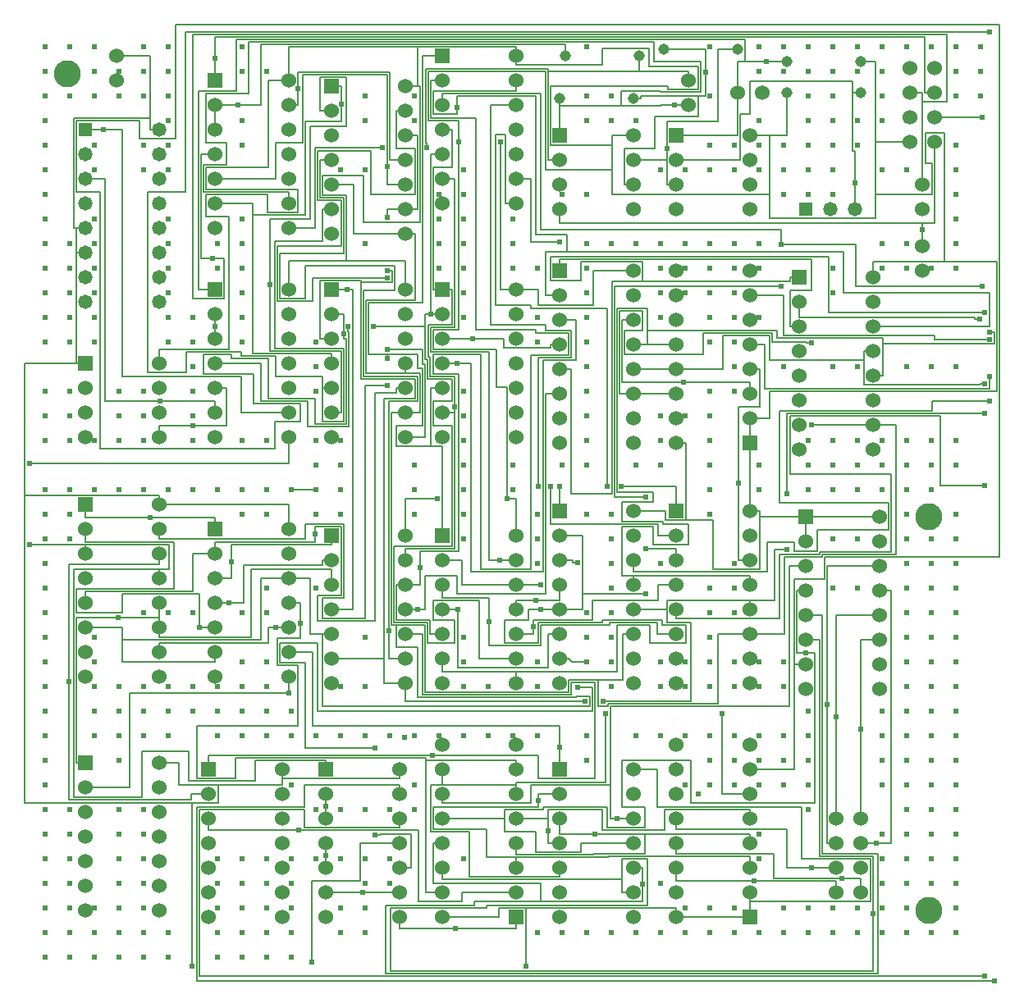
<source format=gtl>
G04 ================== begin FILE IDENTIFICATION RECORD ==================*
G04 Layout Name:  adc2.brd*
G04 Film Name:    TOP_COPPER*
G04 File Format:  Gerber RS274X*
G04 File Origin:  Cadence Allegro -unreleased*
G04 Origin Date:  Sun Sep 19 23:40:03 2021*
G04 *
G04 Layer:  VIA CLASS/TOP*
G04 Layer:  PIN/TOP*
G04 Layer:  ETCH/TOP*
G04 *
G04 Offset:    (0.00 0.00)*
G04 Mirror:    No*
G04 Mode:      Positive*
G04 Rotation:  0*
G04 FullContactRelief:  No*
G04 UndefLineWidth:     7.00*
G04 ================== end FILE IDENTIFICATION RECORD ====================*
%FSLAX25Y25*MOIN*%
%IR0*IPPOS*OFA0.00000B0.00000*MIA0B0*SFA1.00000B1.00000*%
%ADD11C,.06*%
%ADD10C,.024*%
%ADD16C,.045*%
%ADD13C,.058*%
%ADD12R,.06X.06*%
%ADD14R,.058X.058*%
%ADD15C,.11*%
%ADD17C,.005*%
G75*
%LPD*%
G75*
G54D10*
X11200Y11200D03*
Y21200D03*
Y31200D03*
Y41200D03*
Y51200D03*
Y61200D03*
Y71200D03*
Y81200D03*
Y91200D03*
Y101200D03*
Y111200D03*
Y121200D03*
Y131200D03*
Y141200D03*
Y151200D03*
Y161200D03*
Y171200D03*
Y181200D03*
Y191200D03*
X4849Y178750D03*
X11200Y201200D03*
Y221200D03*
X4849Y211650D03*
X11200Y231200D03*
Y241200D03*
Y261200D03*
Y271200D03*
Y281200D03*
Y291200D03*
Y301200D03*
Y311200D03*
Y321200D03*
Y331200D03*
Y341200D03*
Y351200D03*
Y361200D03*
Y371200D03*
Y381200D03*
X21200Y11200D03*
X31200D03*
X41200D03*
X21200Y21200D03*
X31200D03*
X41200D03*
X21200Y31200D03*
X31200D03*
X41200D03*
X21200Y41200D03*
X41200D03*
X21200Y51200D03*
X41200D03*
X21200Y61200D03*
X41200D03*
X21200Y71200D03*
X41200D03*
Y91200D03*
X31200Y101200D03*
X41200D03*
X31200Y111200D03*
X41200D03*
X31200Y121200D03*
X41200D03*
X31200Y131200D03*
X20750Y123000D03*
X31200Y141200D03*
X40625Y149247D03*
X21200Y181200D03*
Y191200D03*
Y201200D03*
X31200D03*
X41200D03*
X21200Y221200D03*
X31200D03*
X41200D03*
X21200Y231200D03*
X41200D03*
X21200Y241200D03*
X41200D03*
X21200Y261200D03*
X31200D03*
X21200Y271200D03*
X31200D03*
X21200Y281200D03*
X31200D03*
X21200Y291200D03*
X31200D03*
X21200Y301200D03*
X31200D03*
Y311200D03*
Y331200D03*
Y341200D03*
X21200Y371200D03*
Y361200D03*
X31200D03*
X41200D03*
X31200Y371200D03*
X41200D03*
X34875Y347500D03*
X21200Y381200D03*
X31200D03*
X51200Y11200D03*
X61200D03*
X70800Y7302D03*
X51200Y21200D03*
X61200D03*
X51200Y31200D03*
Y41200D03*
Y51200D03*
Y61200D03*
Y71200D03*
Y101200D03*
X61200D03*
X51200Y111200D03*
X61200D03*
X71200D03*
X51200Y121200D03*
X61200D03*
X71200D03*
X51200Y151200D03*
X61200D03*
X71200D03*
X53750Y189750D03*
X51200Y201200D03*
X61200D03*
X71200D03*
X51200Y221200D03*
X71200D03*
X51200Y231200D03*
X71200D03*
X51200Y241200D03*
X71200D03*
Y251200D03*
X71125Y227250D03*
X57625Y237250D03*
X61200Y261200D03*
X71200D03*
X61200Y271200D03*
X71200D03*
X61200Y281200D03*
Y291200D03*
Y301200D03*
Y311200D03*
X51200Y331200D03*
X61200D03*
X51200Y341200D03*
X61200D03*
Y351200D03*
X51200Y361200D03*
X61200D03*
X51200Y371200D03*
X61200D03*
X51200Y381200D03*
X61200D03*
X81200Y11200D03*
X91200D03*
X101200D03*
X81200Y21200D03*
X91200D03*
X101200D03*
X81200Y31200D03*
X91200D03*
X101200D03*
X81200Y41200D03*
X91200D03*
X101200D03*
X81200Y51200D03*
X91200D03*
X101200D03*
X81200Y101200D03*
X91200D03*
X101200D03*
X81200Y111200D03*
X91200D03*
X101200D03*
X81200Y121200D03*
X91200D03*
X101200D03*
X91200Y131200D03*
X101200D03*
X91200Y151200D03*
X101200D03*
Y161200D03*
X85850Y155000D03*
X73625Y145000D03*
X91200Y191200D03*
X101200D03*
X86750Y171875D03*
X81200Y201200D03*
X91200D03*
X101200D03*
X81200Y221200D03*
X91200D03*
X101200D03*
X91200Y261200D03*
Y271200D03*
Y281200D03*
X80000Y267500D03*
X81200Y291200D03*
X91200D03*
X81200Y301200D03*
X91200D03*
Y311200D03*
X79000Y295250D03*
X91200Y341200D03*
Y351200D03*
Y371200D03*
X101200D03*
X89375Y357500D03*
X91200Y381200D03*
X80000Y376375D03*
X111200Y11200D03*
X119300Y9252D03*
X111200Y21200D03*
X131200D03*
X111200Y31200D03*
X131200D03*
X111200Y41200D03*
Y51200D03*
X121200D03*
X131200D03*
X121200Y71200D03*
X131200D03*
X125000Y52500D03*
X114125Y62750D03*
X111200Y81200D03*
Y101200D03*
X121200D03*
X131200D03*
X125000Y72500D03*
X111200Y111200D03*
X131200Y121200D03*
X110000Y118600D03*
X121200Y161200D03*
X114750Y146875D03*
X104875Y145000D03*
X121200Y191200D03*
X131200D03*
X120750Y183000D03*
X111200Y201200D03*
X121200D03*
X131200D03*
X121200Y211200D03*
X131200D03*
X121200Y221200D03*
X131200D03*
X121200Y241200D03*
Y251200D03*
Y261200D03*
X102250Y284375D03*
X131200Y331200D03*
X131250Y357875D03*
X113750Y364125D03*
X141200Y21200D03*
Y31200D03*
Y41200D03*
X151200D03*
X140000Y37500D03*
X141200Y51200D03*
X151200D03*
X141200Y71200D03*
X151200D03*
X161200D03*
X144998Y60800D03*
X157207Y100301D03*
X161200Y81200D03*
X141200Y101200D03*
X151200D03*
X161200D03*
X144998Y96200D03*
X141200Y121200D03*
Y141200D03*
X150750Y143875D03*
X161200Y191200D03*
Y201200D03*
Y211200D03*
X149998Y243450D03*
Y258200D03*
Y254300D03*
X132250Y264500D03*
X144450Y267498D03*
X134200D03*
X141200Y301200D03*
X149998Y287250D03*
X150002Y290150D03*
Y311868D03*
X133825Y282500D03*
X141200Y331200D03*
X148200Y339998D03*
X150150Y332375D03*
X141200Y351200D03*
X161200D03*
X141200Y361200D03*
X161200D03*
X177750Y22750D03*
X181200Y51200D03*
X171200Y101200D03*
X181200D03*
X191200D03*
X168375Y93250D03*
X171200Y121200D03*
X181200D03*
X191200D03*
X181200Y131200D03*
Y141200D03*
X162375Y152500D03*
X191250Y147500D03*
X178875Y152500D03*
X181200Y181200D03*
Y191200D03*
X163250Y169375D03*
X181200Y201200D03*
Y211200D03*
X171200Y221200D03*
X181200D03*
X170550Y197498D03*
X181200Y231200D03*
Y241200D03*
X177250Y234875D03*
X181200Y271200D03*
Y281200D03*
X178350Y252500D03*
X184875Y262500D03*
X167750Y272500D03*
X171200Y291200D03*
X181200D03*
X171200Y301200D03*
X181200D03*
X171200Y311200D03*
X181200D03*
X171200Y321200D03*
X181200D03*
Y331200D03*
X166200Y339998D03*
X179200Y342502D03*
X178250Y356500D03*
X206250Y7302D03*
X211200Y21200D03*
X221200D03*
X215250Y62500D03*
X201200Y101200D03*
X211200D03*
X211250Y74875D03*
X220000Y96375D03*
X211200Y121200D03*
X221200D03*
X211200Y131200D03*
X221200D03*
X209250Y145375D03*
X210250Y156250D03*
X212498Y152500D03*
X211200Y171200D03*
Y181200D03*
Y191200D03*
X195875Y172500D03*
X212498Y162500D03*
X201200Y201200D03*
Y211200D03*
X221200D03*
Y221200D03*
X198750Y197498D03*
X220000Y202498D03*
X216398Y202502D03*
X211498D03*
X221200Y231200D03*
X211200Y261200D03*
Y271200D03*
X201200Y291200D03*
X211200D03*
X201200Y301200D03*
Y311200D03*
X220000Y301700D03*
X221200Y321200D03*
X196150Y342502D03*
X231200Y21200D03*
X241200D03*
X251200D03*
X243373Y67500D03*
X234375Y61250D03*
X231200Y91200D03*
Y101200D03*
X251200D03*
X241200Y121200D03*
X251200D03*
X231200Y131200D03*
X241200D03*
X251200D03*
X227498Y120902D03*
X237795Y115002D03*
X230498D03*
X238746Y109998D03*
X231200Y141200D03*
X241200D03*
X231200Y151200D03*
X241200D03*
Y161200D03*
Y171200D03*
Y181200D03*
X251200D03*
X231200Y191200D03*
X241200D03*
X227498Y171368D03*
X231200Y211200D03*
X251200D03*
X231200Y221200D03*
X251200D03*
X245200Y202498D03*
X239300D03*
X231200Y231200D03*
X251200D03*
X231200Y241200D03*
Y251200D03*
Y261200D03*
Y271200D03*
Y281200D03*
X251200D03*
X231200Y291200D03*
Y301200D03*
X241200D03*
X251200D03*
X231200Y321200D03*
Y351200D03*
X241200D03*
X251200D03*
X231200Y361200D03*
X241200D03*
X231200Y381200D03*
X261200Y21200D03*
X271200D03*
X281200D03*
X271200Y31200D03*
X281200D03*
X261200Y41200D03*
X253750Y40625D03*
X271200Y81200D03*
X281200D03*
Y91200D03*
X261200Y101200D03*
X271200D03*
X281200D03*
X276250Y77500D03*
X261200Y121200D03*
X271200D03*
X281200D03*
X261200Y131200D03*
X271200D03*
X281200D03*
Y141200D03*
Y151200D03*
Y161200D03*
X255002Y158750D03*
X261200Y171200D03*
X281200Y191200D03*
X255002Y177250D03*
X281200Y201200D03*
X261200Y211200D03*
X281200D03*
X261200Y221200D03*
X281200D03*
X255002Y198200D03*
X261200Y231200D03*
X271200D03*
X281200D03*
Y241200D03*
X270375Y244750D03*
X281200Y261200D03*
X261200Y271200D03*
X281200D03*
X261200Y281200D03*
X271200D03*
X281200D03*
X261200Y291200D03*
X271200D03*
X281200D03*
X261200Y301200D03*
X271200D03*
X281200D03*
X261200Y331200D03*
X271200D03*
X281200D03*
Y341200D03*
X263750Y339875D03*
X281200Y361200D03*
X266750Y357500D03*
X279250Y370625D03*
X281200Y381200D03*
X291200Y21200D03*
X301200D03*
X311200D03*
X291200Y31200D03*
X311200D03*
X301200Y51200D03*
Y61200D03*
X299000Y42250D03*
X291200Y81200D03*
X301200D03*
X311200D03*
X291200Y91200D03*
X301200D03*
X311200D03*
X291200Y101200D03*
X301200D03*
X311200D03*
X291200Y121200D03*
X301200D03*
X311200D03*
X291200Y131200D03*
X301200D03*
X311200D03*
X286200Y109998D03*
X291200Y151200D03*
Y161200D03*
Y171200D03*
X301200Y201200D03*
Y211200D03*
X292750Y203625D03*
X291200Y241200D03*
Y251200D03*
X311200D03*
X291200Y261200D03*
Y271200D03*
X301200D03*
X291200Y281200D03*
Y291200D03*
X301200D03*
X291200Y301200D03*
X301200D03*
X309998Y283750D03*
Y300700D03*
X311200Y321200D03*
X291200Y331200D03*
X301200D03*
X311200D03*
X291200Y341200D03*
X301200D03*
X311200D03*
X301200Y351200D03*
Y361200D03*
Y371200D03*
X311200D03*
X301200Y381200D03*
X311200D03*
X304000Y375000D03*
X321200Y21200D03*
X331200D03*
X341200D03*
X321200Y31200D03*
X331200D03*
X341200D03*
X321200Y71200D03*
X334725Y43250D03*
X322375Y47500D03*
X321200Y81200D03*
Y91200D03*
Y101200D03*
Y111200D03*
Y121200D03*
X328750Y113750D03*
X332500Y108750D03*
X331200Y161200D03*
X341200D03*
X320000Y134750D03*
X331200Y181200D03*
X341200D03*
X312502Y176700D03*
X321200Y201200D03*
X331200D03*
X341200D03*
X321200Y211200D03*
X331200D03*
X341200D03*
X321200Y221200D03*
X331200D03*
X341200D03*
X312502Y199368D03*
X331200Y251200D03*
X341200D03*
X322498Y227500D03*
X331200Y281200D03*
X322498Y260800D03*
X331200Y291200D03*
X321200Y321200D03*
X331200D03*
X321200Y331200D03*
X331200D03*
X321200Y341200D03*
X331200D03*
X341200D03*
X340000Y325825D03*
X321200Y351200D03*
X331200D03*
X341200D03*
X321200Y361200D03*
X331200D03*
X321200Y371200D03*
X331200D03*
X341200D03*
X321200Y381200D03*
X331200D03*
X341200D03*
X371200Y31200D03*
X351200Y21200D03*
X361200D03*
X371200D03*
X351200Y31200D03*
X361200D03*
X351200Y41200D03*
X361200D03*
X371200D03*
X347250Y28801D03*
X351200Y51200D03*
X361200D03*
X371200D03*
X351200Y61200D03*
X361200D03*
X371200D03*
X361200Y71200D03*
X371200D03*
X348625Y57500D03*
X351200Y81200D03*
X361200D03*
X371200D03*
X351200Y91200D03*
X361200D03*
X371200D03*
X351200Y101200D03*
X361200D03*
X371200D03*
X351200Y111200D03*
X361200D03*
X371200D03*
X351200Y121200D03*
X361200D03*
X371200D03*
X351200Y131200D03*
X361200D03*
X371200D03*
X342500Y103750D03*
X361200Y141200D03*
X371200D03*
X361200Y151200D03*
X371200D03*
X361200Y161200D03*
X371200D03*
Y191200D03*
X361200Y171200D03*
X371200D03*
X351200Y181200D03*
X361200D03*
X371200D03*
X361200Y191200D03*
X351200Y201200D03*
X361200D03*
X371200D03*
X351200Y211200D03*
X361200D03*
X371200D03*
X351200Y221200D03*
X361200D03*
X371200D03*
X361200Y251200D03*
X371200D03*
X351200Y291200D03*
X361200D03*
X371200D03*
X351200Y301200D03*
X361200D03*
X367500Y306675D03*
X351200Y331200D03*
X361200D03*
X351200Y351200D03*
X361200D03*
X351200Y361200D03*
Y371200D03*
Y381200D03*
X361200D03*
X371200D03*
X396600Y1402D03*
X392700Y3352D03*
X381200Y21200D03*
Y31200D03*
Y41200D03*
Y51200D03*
Y61200D03*
Y71200D03*
Y81200D03*
Y91200D03*
Y101200D03*
Y111200D03*
Y121200D03*
Y131200D03*
Y141200D03*
Y151200D03*
Y161200D03*
Y171200D03*
Y181200D03*
Y191200D03*
Y211200D03*
Y221200D03*
X392700Y202700D03*
X381200Y251200D03*
X394650Y247100D03*
Y237150D03*
X392700Y232250D03*
Y244200D03*
X394650Y262250D03*
X392700Y273250D03*
X390750Y270350D03*
X394650Y265150D03*
X381200Y291200D03*
Y301200D03*
Y311200D03*
X391750Y283750D03*
X381200Y321200D03*
Y331200D03*
Y341200D03*
X391200Y371200D03*
Y361200D03*
X381200D03*
Y371200D03*
X391750Y352500D03*
X391200Y381200D03*
X381200D03*
X394650Y387250D03*
G54D11*
X27500Y30000D03*
Y40000D03*
Y50000D03*
Y60000D03*
Y70000D03*
Y80000D03*
Y125000D03*
Y135000D03*
Y145000D03*
Y155000D03*
Y165000D03*
Y175000D03*
Y185000D03*
Y222500D03*
Y232500D03*
Y242500D03*
X40000Y367500D03*
Y377500D03*
X57500Y30000D03*
Y40000D03*
Y50000D03*
Y60000D03*
Y70000D03*
Y80000D03*
Y90000D03*
Y125000D03*
Y155000D03*
Y145000D03*
Y135000D03*
Y185000D03*
Y175000D03*
Y165000D03*
Y195000D03*
Y222500D03*
Y232500D03*
Y242500D03*
Y252500D03*
X77500Y27500D03*
Y37500D03*
Y47500D03*
Y57500D03*
Y67500D03*
Y77500D03*
X80000Y125000D03*
Y135000D03*
Y145000D03*
Y155000D03*
Y165000D03*
Y175000D03*
Y222500D03*
Y232500D03*
Y242500D03*
Y252500D03*
Y262500D03*
Y272500D03*
Y307500D03*
Y317500D03*
Y327500D03*
Y337500D03*
Y347500D03*
Y357500D03*
X125000Y27500D03*
Y37500D03*
X107500Y27500D03*
Y37500D03*
X125000Y47500D03*
Y57500D03*
Y67500D03*
X107500Y47500D03*
Y57500D03*
Y67500D03*
X125000Y77500D03*
X107500D03*
Y87500D03*
X127500Y122500D03*
Y132500D03*
X110000Y125000D03*
X127500Y142500D03*
Y152500D03*
Y162500D03*
X110000Y135000D03*
Y145000D03*
Y155000D03*
X127500Y172500D03*
X110000Y165000D03*
Y175000D03*
Y185000D03*
Y222500D03*
X127500D03*
X110000Y232500D03*
Y242500D03*
Y252500D03*
X127500Y232500D03*
Y242500D03*
Y252500D03*
X110000Y262500D03*
Y272500D03*
Y282500D03*
X127500Y262500D03*
Y272500D03*
Y305000D03*
X110000Y307500D03*
X127500Y315000D03*
Y325000D03*
Y335000D03*
X110000Y317500D03*
Y327500D03*
Y337500D03*
X127500Y345000D03*
Y355000D03*
X110000Y347500D03*
Y357500D03*
Y367500D03*
X155000Y27500D03*
Y37500D03*
Y47500D03*
Y57500D03*
Y67500D03*
Y77500D03*
Y87500D03*
X157500Y122500D03*
Y132500D03*
Y142500D03*
Y152500D03*
Y162500D03*
Y172500D03*
Y182500D03*
Y222500D03*
Y232500D03*
Y242500D03*
Y252500D03*
Y262500D03*
Y272500D03*
Y282500D03*
Y305000D03*
Y315000D03*
Y325000D03*
Y335000D03*
Y345000D03*
Y355000D03*
Y365000D03*
X172500Y27500D03*
Y37500D03*
Y47500D03*
Y57500D03*
Y67500D03*
Y77500D03*
Y87500D03*
Y97500D03*
Y122500D03*
Y132500D03*
Y142500D03*
Y152500D03*
Y162500D03*
Y172500D03*
Y222500D03*
Y232500D03*
Y242500D03*
Y252500D03*
Y262500D03*
Y272500D03*
Y317500D03*
Y327500D03*
Y337500D03*
Y347500D03*
Y357500D03*
Y367500D03*
X202500Y37500D03*
X220000Y27500D03*
Y37500D03*
X202500Y67500D03*
Y57500D03*
Y47500D03*
X220000D03*
Y57500D03*
Y67500D03*
X202500Y97500D03*
Y87500D03*
Y77500D03*
X220000D03*
Y122500D03*
Y132500D03*
X202500Y122500D03*
Y132500D03*
X220000Y142500D03*
Y152500D03*
Y162500D03*
X202500Y142500D03*
Y152500D03*
Y162500D03*
X220000Y172500D03*
Y182500D03*
X202500Y172500D03*
Y182500D03*
X220000Y220000D03*
X202500Y222500D03*
X220000Y230000D03*
Y240000D03*
Y250000D03*
X202500Y232500D03*
Y242500D03*
Y252500D03*
X220000Y260000D03*
Y270000D03*
Y280000D03*
X202500Y262500D03*
Y272500D03*
Y282500D03*
Y317500D03*
Y327500D03*
Y337500D03*
X220000Y315000D03*
Y325000D03*
Y335000D03*
X202500Y347500D03*
Y357500D03*
Y367500D03*
Y377500D03*
X250000Y27500D03*
Y37500D03*
Y47500D03*
Y57500D03*
Y67500D03*
Y77500D03*
Y87500D03*
Y132500D03*
Y122500D03*
Y162500D03*
Y152500D03*
Y142500D03*
Y192500D03*
Y182500D03*
Y172500D03*
Y220000D03*
Y250000D03*
Y240000D03*
Y230000D03*
Y280000D03*
Y270000D03*
Y260000D03*
Y290000D03*
Y315000D03*
Y325000D03*
Y335000D03*
Y345000D03*
X267500Y27500D03*
Y37500D03*
Y47500D03*
Y57500D03*
Y67500D03*
Y77500D03*
Y87500D03*
Y97500D03*
Y122500D03*
Y132500D03*
Y142500D03*
Y152500D03*
Y162500D03*
Y172500D03*
Y182500D03*
Y220000D03*
Y230000D03*
Y240000D03*
Y250000D03*
Y260000D03*
Y270000D03*
Y280000D03*
Y290000D03*
Y315000D03*
Y325000D03*
Y335000D03*
X272500Y357500D03*
Y367500D03*
X297500Y37500D03*
Y67500D03*
Y57500D03*
Y47500D03*
Y97500D03*
Y87500D03*
Y77500D03*
Y132500D03*
Y122500D03*
Y162500D03*
Y152500D03*
Y142500D03*
Y192500D03*
Y182500D03*
Y172500D03*
Y250000D03*
Y240000D03*
Y230000D03*
Y280000D03*
Y270000D03*
Y260000D03*
Y290000D03*
Y315000D03*
Y325000D03*
Y335000D03*
Y345000D03*
X292500Y362500D03*
X302500D03*
X342500Y37500D03*
X332500D03*
X342500Y67500D03*
Y57500D03*
X332500Y67500D03*
Y57500D03*
X342500Y47500D03*
X332500D03*
X320000Y120000D03*
Y130000D03*
Y140000D03*
Y150000D03*
Y160000D03*
Y170000D03*
Y180000D03*
X317500Y217500D03*
Y227500D03*
Y237500D03*
Y247500D03*
Y257500D03*
Y267500D03*
Y277500D03*
X350000Y130000D03*
Y120000D03*
Y160000D03*
Y150000D03*
Y140000D03*
Y190000D03*
Y180000D03*
Y170000D03*
X347500Y217500D03*
Y247500D03*
Y237500D03*
Y227500D03*
Y277500D03*
Y267500D03*
Y257500D03*
Y287500D03*
X367500Y300000D03*
Y290000D03*
X372500Y342500D03*
X362500D03*
X367500Y325000D03*
Y315000D03*
X372500Y372500D03*
Y362500D03*
X362500Y372500D03*
Y362500D03*
X372500Y352500D03*
X362500D03*
G54D12*
X27500Y90000D03*
Y195000D03*
Y252500D03*
X77500Y87500D03*
X80000Y185000D03*
Y282500D03*
Y367500D03*
X125000Y87500D03*
X127500Y182500D03*
Y282500D03*
Y365000D03*
X172500Y182500D03*
Y282500D03*
Y377500D03*
X202500Y27500D03*
X220000Y87500D03*
Y192500D03*
Y290000D03*
Y345000D03*
X267500Y192500D03*
Y345000D03*
X297500Y27500D03*
Y220000D03*
X320000Y190000D03*
X317500Y287500D03*
G54D13*
X27500Y277500D03*
Y307500D03*
Y297500D03*
Y287500D03*
Y337500D03*
Y327500D03*
Y317500D03*
X57500Y277500D03*
Y287500D03*
Y297500D03*
Y307500D03*
Y317500D03*
Y327500D03*
Y337500D03*
Y347500D03*
X330000Y315000D03*
X340000D03*
G54D14*
X27500Y347500D03*
X320000Y315000D03*
G54D15*
X20000Y370000D03*
X370000Y30000D03*
Y190000D03*
G54D16*
X220000Y360000D03*
X250000D03*
X222500Y377500D03*
X262500Y380000D03*
X252500Y377500D03*
X292500Y380000D03*
X312500Y362500D03*
Y375000D03*
X342500Y362500D03*
Y375000D03*
G54D17*
G01X70800Y73750D02*
X2899D01*
Y198750D01*
G01X4849Y178750D02*
X27500D01*
G01X2899Y198750D02*
Y252500D01*
X23750D01*
G01X2899Y198750D02*
X57500D01*
Y195000D01*
G01X110000Y222500D02*
Y211650D01*
X4849D01*
G01X57500Y168750D02*
X22750D01*
Y76250D01*
X50250D01*
Y94750D01*
X69250D01*
Y82750D01*
X96250D01*
Y91250D01*
X125000D01*
Y87500D01*
G01X40625Y149247D02*
X23750D01*
Y90000D01*
X27500D01*
G01X77500Y77500D02*
X70250D01*
Y75250D01*
X20750D01*
Y123000D01*
G01X110000Y118600D02*
X45250D01*
Y80000D01*
X27500D01*
G01X20750Y123000D02*
Y170750D01*
X57500D01*
Y175000D01*
G01X27500Y145000D02*
X42250D01*
Y140250D01*
G01X27500Y155000D02*
Y159750D01*
X71200D01*
Y175000D01*
X80000D01*
G01X73625Y145000D02*
Y158750D01*
X42250D01*
Y151250D01*
X23750D01*
Y160750D01*
X63250D01*
Y179750D01*
X27500D01*
Y185000D01*
G01Y178750D02*
X61250D01*
Y168750D01*
X57500D01*
G01X27500Y175000D02*
Y178750D01*
G01X53750Y189750D02*
X27500D01*
Y195000D01*
G01X315250Y130000D02*
Y164750D01*
X327750D01*
Y173750D01*
X398600D01*
Y390200D01*
X64150D01*
Y343850D01*
X49250D01*
Y351150D01*
X23850D01*
Y322150D01*
X33250D01*
Y217750D01*
X104325D01*
Y228750D01*
X114750D01*
Y236250D01*
X95750D01*
Y248250D01*
X75250D01*
Y256250D01*
X86750D01*
Y254500D01*
X101750D01*
Y238250D01*
X120750D01*
Y227750D01*
X133250D01*
Y262500D01*
X132250D01*
Y264500D01*
G01X57625Y237250D02*
X35250D01*
Y327500D01*
X27500D01*
G01X23750Y252500D02*
Y297500D01*
G01Y252500D02*
X27500D01*
G01X23750Y307500D02*
X22850D01*
Y352150D01*
X53850D01*
G01X27500Y307500D02*
X23750D01*
G01Y297500D02*
Y307500D01*
G01X27500Y297500D02*
X23750D01*
G01X27500Y347500D02*
X34875D01*
G01D02*
X42250D01*
Y247250D01*
X90700D01*
Y232500D01*
X110000D01*
G01X53850Y352150D02*
Y377500D01*
X40000D01*
G01X57500Y90000D02*
X65250D01*
Y81250D01*
X81250D01*
G01X80000Y135000D02*
Y131250D01*
X42250D01*
Y140250D01*
G01D02*
X98750D01*
Y165000D01*
X110000D01*
G01X57500Y155000D02*
Y149247D01*
G01D02*
X40625D01*
G01X57500D02*
Y145000D01*
G01X127500Y162500D02*
Y168750D01*
X94750D01*
Y141250D01*
X57500D01*
Y145000D01*
G01X104875D02*
X101750D01*
Y138750D01*
X57500D01*
Y135000D01*
G01Y165000D02*
Y168750D01*
G01Y185000D02*
Y181250D01*
X116750D01*
Y187250D01*
X132250D01*
Y157250D01*
X123750D01*
Y148750D01*
X141150D01*
Y243450D01*
X149998D01*
G01X80000Y185000D02*
Y189750D01*
X53750D01*
G01X110000Y185000D02*
Y195000D01*
X57500D01*
G01Y222500D02*
Y227250D01*
X71125D01*
G01X80000Y232500D02*
Y237250D01*
X57625D01*
G01X123750Y242500D02*
Y247250D01*
X104750D01*
Y255500D01*
X90750D01*
Y257250D01*
X68250D01*
Y248750D01*
X52750D01*
Y322150D01*
X68150D01*
Y387250D01*
X394650D01*
G01X110000Y367500D02*
X101750D01*
Y332250D01*
X76250D01*
Y323250D01*
X113750D01*
Y313750D01*
X101250D01*
Y321250D01*
X76250D01*
Y312250D01*
X85750D01*
Y258250D01*
X57500D01*
Y252500D01*
G01Y347500D02*
X53850D01*
Y352150D01*
G01X70800Y7302D02*
Y73750D01*
G01X155000Y77500D02*
Y81250D01*
X116250D01*
Y72250D01*
X72750D01*
Y1402D01*
X396600D01*
G01X155000Y67500D02*
Y63750D01*
X116250D01*
Y71250D01*
X73750D01*
Y3352D01*
X392700D01*
G01X77500Y67500D02*
Y62750D01*
X114125D01*
G01X81250Y81250D02*
Y73750D01*
X70800D01*
G01X107500Y83750D02*
Y81250D01*
X81250D01*
G01X77500Y87500D02*
Y93250D01*
X168375D01*
G01X165750Y91250D02*
Y92250D01*
X88250D01*
Y83750D01*
X72750D01*
Y105200D01*
X113750D01*
Y129750D01*
X105250D01*
Y140750D01*
X114750D01*
Y146875D01*
G01X80000Y155000D02*
X85850D01*
G01D02*
X91700D01*
Y170500D01*
X123750D01*
Y172500D01*
X127500D01*
G01X80000Y145000D02*
X73625D01*
G01X80000Y175000D02*
Y179750D01*
X120750D01*
Y183000D01*
G01X127500Y182500D02*
Y178750D01*
X86750D01*
Y171875D01*
G01D02*
Y165000D01*
X80000D01*
G01X71125Y227250D02*
X84750D01*
Y242500D01*
X80000D01*
G01Y252500D02*
X98750D01*
Y237250D01*
X117750D01*
Y226750D01*
X134250D01*
Y265548D01*
X134200D01*
Y267498D01*
G01X80000Y272500D02*
Y267500D01*
G01D02*
Y262500D01*
G01X127500Y252500D02*
Y256500D01*
X95250D01*
Y312750D01*
G01X367500Y358750D02*
X377250D01*
Y386250D01*
X71150D01*
Y278750D01*
X83750D01*
Y295250D01*
X79000D01*
G01X80000Y282500D02*
X73250D01*
Y363250D01*
X88750D01*
Y384250D01*
X295500D01*
Y375000D01*
G01X79000Y295250D02*
X74250D01*
Y337500D01*
X80000D01*
G01X110000Y317500D02*
Y322250D01*
X75250D01*
Y333250D01*
X84750D01*
Y342250D01*
X76250D01*
Y362250D01*
X93750D01*
Y383250D01*
X258500D01*
Y375250D01*
X277250D01*
Y362750D01*
X261000D01*
Y363000D01*
X245050D01*
Y357000D01*
G01X95250Y312750D02*
X116750D01*
Y350750D01*
X131250D01*
Y357875D01*
G01X80000Y317500D02*
X95250D01*
Y312750D01*
G01X150150Y332375D02*
Y369750D01*
X115750D01*
Y342250D01*
X104750D01*
Y327500D01*
X80000D01*
G01Y357500D02*
X89375D01*
G01X80000Y347500D02*
Y357500D01*
G01X89375D02*
X98750D01*
Y382250D01*
X222500D01*
Y377500D01*
G01X80000Y367500D02*
Y376375D01*
G01D02*
Y385250D01*
X368500D01*
Y362500D01*
X372500D01*
G01X155000Y57500D02*
X139051D01*
Y42250D01*
X119300D01*
Y9252D01*
G01X140000Y37500D02*
X125000D01*
G01Y57500D02*
Y52500D01*
G01D02*
Y47500D01*
G01Y72500D02*
Y67500D01*
G01X114125Y62750D02*
X162750D01*
Y33750D01*
X180250D01*
Y37500D01*
X202500D01*
G01X155000Y87500D02*
Y83750D01*
X107500D01*
G01Y87500D02*
Y83750D01*
G01X144998Y96200D02*
X116750D01*
Y130750D01*
X106250D01*
Y138750D01*
X121750D01*
Y111052D01*
X233448D01*
Y120902D01*
X227498D01*
G01X125000Y77500D02*
Y72500D01*
G01X123750Y142500D02*
Y113052D01*
X232448D01*
Y116952D01*
X226750D01*
Y116750D01*
X162250D01*
Y137250D01*
X153750D01*
Y146250D01*
G01X220000Y96375D02*
Y105250D01*
X119750D01*
Y135000D01*
X110000D01*
G01Y125000D02*
Y118600D01*
G01Y165000D02*
X118750D01*
Y142500D01*
X123750D01*
G01X127500D02*
X123750D01*
G01X127500Y132500D02*
X148800D01*
G01X133825Y282500D02*
X136150D01*
Y152500D01*
X127500D01*
G01X120750Y183000D02*
Y186250D01*
X131250D01*
Y158250D01*
X121750D01*
Y147750D01*
X145150D01*
Y240500D01*
X153750D01*
Y242500D01*
X157500D01*
G01X114750Y146875D02*
Y155000D01*
X110000D01*
G01Y145000D02*
X104875D01*
G01X111200Y201200D02*
X121200D01*
G01X127500Y232500D02*
X131250D01*
Y257500D01*
X102250D01*
Y284375D01*
G01X127500Y315000D02*
X123750D01*
Y302251D01*
X104250D01*
Y258500D01*
X132250D01*
Y228750D01*
X123750D01*
Y242500D01*
G01X127500D02*
X123750D01*
G01X157500Y355000D02*
X153750D01*
Y339750D01*
X161250D01*
Y321250D01*
X143250D01*
Y338750D01*
X121750D01*
Y318750D01*
X131250D01*
Y300049D01*
X105250D01*
Y277750D01*
X119750D01*
Y287250D01*
X149998D01*
G01X150750Y143875D02*
Y237250D01*
X162250D01*
Y247250D01*
X140500D01*
Y282250D01*
X152948D01*
Y292100D01*
X116750D01*
Y278750D01*
X106250D01*
Y297099D01*
X132250D01*
Y319750D01*
X122750D01*
Y335000D01*
X127500D01*
G01X139500Y285300D02*
Y286250D01*
X122750D01*
Y262500D01*
X127500D01*
G01X132250Y264500D02*
Y272500D01*
X127500D01*
G01X110000Y282500D02*
Y294099D01*
X133250D01*
G01X127500Y282500D02*
X133825D01*
G01X102250Y284375D02*
Y311250D01*
X118701D01*
Y348750D01*
X133250D01*
Y368750D01*
X122750D01*
Y355000D01*
X127500D01*
G01X110000Y307500D02*
X120701D01*
Y339998D01*
X148200D01*
G01X133250Y294099D02*
Y320750D01*
X123750D01*
Y328750D01*
X140250D01*
Y309918D01*
X163250D01*
Y365000D01*
X162251D01*
G01X127500Y325000D02*
X136250D01*
Y305000D01*
X157500D01*
G01X110000Y367500D02*
Y381250D01*
X162251D01*
G01X131250Y357875D02*
Y365000D01*
X127500D01*
G01X110000Y357500D02*
X113750D01*
Y364125D01*
G01D02*
Y370750D01*
X151150D01*
Y335000D01*
X157500D01*
G01X320000Y150000D02*
X326750D01*
Y53250D01*
X349250D01*
Y4352D01*
X149250D01*
Y32250D01*
X185250D01*
Y33750D01*
X212250D01*
G01X245249Y42750D02*
Y51250D01*
X255750D01*
Y32250D01*
X190250D01*
Y31250D01*
X151250D01*
Y5352D01*
X347250D01*
Y28801D01*
G01X155000Y37500D02*
X140000D01*
G01X155000Y27500D02*
Y22750D01*
X177750D01*
G01X155000Y47500D02*
X159750D01*
Y61250D01*
X146948D01*
Y60800D01*
X144998D01*
G01X230498Y115002D02*
X157500D01*
Y122500D01*
G01X148800Y132500D02*
Y122500D01*
X157500D01*
G01X168375Y93250D02*
X211250D01*
Y83750D01*
X234448D01*
Y122852D01*
X224750D01*
Y117750D01*
X164250D01*
Y142500D01*
X157500D01*
G01Y152500D02*
X162375D01*
G01X157500Y132500D02*
X150750D01*
Y143875D01*
G01X153750Y146250D02*
X151750D01*
Y232500D01*
X157500D01*
G01X235845Y123852D02*
X223750D01*
Y118750D01*
X165250D01*
Y146250D01*
X153750D01*
G01X148800Y132500D02*
Y238250D01*
X161250D01*
Y246250D01*
X139500D01*
Y285300D01*
G01X172500Y142500D02*
X167250D01*
Y148250D01*
X153750D01*
Y162500D01*
X157500D01*
G01X165250Y267498D02*
Y254250D01*
X166250D01*
Y246250D01*
X176250D01*
Y237250D01*
X168750D01*
Y227250D01*
X176250D01*
Y178250D01*
X152750D01*
Y147250D01*
X166250D01*
Y138750D01*
X177250D01*
Y148251D01*
X168750D01*
Y156250D01*
X187250D01*
Y132500D01*
X202500D01*
G01X157500Y182500D02*
Y197498D01*
X170550D01*
G01X177250Y232500D02*
Y177250D01*
X157500D01*
Y172500D01*
G01Y162500D02*
X163250D01*
Y169375D01*
G01X167750Y218750D02*
X153750D01*
Y227250D01*
X164250D01*
Y250451D01*
X162251D01*
Y256250D01*
X149998D01*
G01X157500Y222500D02*
X165250D01*
Y252250D01*
X164250D01*
Y258200D01*
X149998D01*
G01X157500Y232500D02*
X163250D01*
Y248451D01*
X157500D01*
G01D02*
X141500D01*
Y278250D01*
X161250D01*
Y305000D01*
X157500D01*
G01Y252500D02*
Y248451D01*
G01X149998Y254300D02*
Y256250D01*
G01X172500Y377500D02*
X164250D01*
Y277250D01*
X142500D01*
Y256250D01*
X149998D01*
G01X144450Y267498D02*
X165250D01*
G01X157500Y282500D02*
Y294099D01*
X133250D01*
G01X150002Y290150D02*
X151948D01*
Y285300D01*
X139500D01*
G01X150002Y311868D02*
Y315000D01*
X157500D01*
G01Y345000D02*
X162250D01*
Y315000D01*
X157500D01*
G01Y325000D02*
X150150D01*
Y332375D01*
G01X157500Y365000D02*
X162251D01*
G01X172500Y27500D02*
X195250D01*
Y31250D01*
X206250D01*
G01X172500Y37500D02*
X165750D01*
Y91250D01*
G01X177750Y22750D02*
X202500D01*
Y27500D01*
G01X172500Y67500D02*
X197750D01*
G01X202500Y51750D02*
X190250D01*
Y63250D01*
X168750D01*
Y72250D01*
X211250D01*
Y74875D01*
G01X172500Y81250D02*
X167750D01*
Y62250D01*
X183250D01*
Y43750D01*
X220000D01*
Y47500D01*
G01X172500Y57500D02*
X168750D01*
Y41250D01*
X212250D01*
Y33750D01*
G01X172500Y47500D02*
Y42750D01*
X245249D01*
G01X172500Y77500D02*
Y73750D01*
X208250D01*
Y81250D01*
X240745D01*
G01X202500Y87500D02*
Y91250D01*
X165750D01*
G01X172500Y87500D02*
Y81250D01*
G01X202500D02*
X172500D01*
G01X178875Y152500D02*
Y128750D01*
X215250D01*
Y142500D01*
X220000D01*
G01X172500Y132500D02*
Y127250D01*
X202500D01*
G01X162375Y152500D02*
X165250D01*
Y166250D01*
X178250D01*
Y158750D01*
X214448D01*
Y240000D01*
X220000D01*
G01X172500Y162500D02*
Y157250D01*
X191250D01*
Y147500D01*
G01X172500Y152500D02*
X178875D01*
G01X178350Y252500D02*
X184200D01*
Y167750D01*
X213448D01*
Y253750D01*
X226750D01*
Y270000D01*
X220000D01*
G01X172500Y182500D02*
Y218750D01*
X167750D01*
G01X163250Y169375D02*
Y176250D01*
X179200D01*
Y248250D01*
X168750D01*
Y256250D01*
X188200D01*
Y168750D01*
X208250D01*
Y255750D01*
X223750D01*
Y264750D01*
X210250D01*
Y266250D01*
X186150D01*
Y352250D01*
X167750D01*
Y367500D01*
X172500D01*
G01Y172500D02*
X180250D01*
Y162500D01*
X202500D01*
G01X172500Y242500D02*
X167750D01*
Y218750D01*
G01X172500Y282500D02*
X176250D01*
Y268250D01*
X166750D01*
Y255250D01*
X167250D01*
Y247250D01*
X177250D01*
Y234875D01*
G01X172500Y232500D02*
X177250D01*
G01Y234875D02*
Y232500D01*
G01X198750Y197498D02*
Y242751D01*
X194250D01*
Y258250D01*
X168750D01*
Y266250D01*
X179200D01*
Y342502D01*
G01X195875Y172500D02*
X191250D01*
Y257250D01*
X167750D01*
Y267250D01*
X177250D01*
Y327500D01*
X172500D01*
G01Y252500D02*
X178350D01*
G01X172500Y262500D02*
X184875D01*
G01D02*
X197250D01*
Y258750D01*
X216250D01*
Y260000D01*
X220000D01*
G01X172500Y337500D02*
X167750D01*
Y272500D01*
G01D02*
X165250D01*
Y267498D01*
G01X172500Y272500D02*
X167750D01*
G01X172500Y347500D02*
X176250D01*
Y332250D01*
X168750D01*
Y282500D01*
X172500D01*
G01X166200Y339998D02*
Y341948D01*
X165750D01*
Y372250D01*
X215250D01*
Y371250D01*
G01X162251Y365000D02*
Y381250D01*
G01X179200Y342502D02*
Y351250D01*
X166750D01*
Y371250D01*
X214250D01*
Y331250D01*
X241253D01*
G01X222951Y297750D02*
Y304650D01*
X210250D01*
Y361250D01*
X178250D01*
Y356500D01*
G01D02*
Y353750D01*
X168750D01*
Y363250D01*
X202500D01*
Y367500D01*
G01X309998Y300700D02*
Y306650D01*
X212250D01*
Y362250D01*
X172500D01*
Y357500D01*
G01X162251Y381250D02*
X202500D01*
Y377500D01*
G01X206250Y31250D02*
Y7302D01*
G01X267500Y27500D02*
Y31250D01*
X206250D01*
G01X212250Y33750D02*
X253750D01*
Y40625D01*
G01X250000Y57500D02*
X228750D01*
Y53750D01*
X210250D01*
Y62250D01*
X197750D01*
Y67500D01*
G01D02*
Y71250D01*
X213250D01*
Y72250D01*
X239325D01*
Y63750D01*
X254750D01*
Y72250D01*
X245250D01*
Y91250D01*
X273250D01*
Y73750D01*
X323750D01*
Y134750D01*
X320000D01*
G01X297500Y47500D02*
Y52250D01*
X239750D01*
Y51750D01*
X202500D01*
G01Y47500D02*
Y51750D01*
G01X297500Y67500D02*
Y71250D01*
X262750D01*
Y62750D01*
X237325D01*
Y71250D01*
X215250D01*
Y67500D01*
G01D02*
Y62500D01*
G01X202500Y67500D02*
X215250D01*
G01Y62500D02*
Y57500D01*
X220000D01*
G01X202500D02*
Y52750D01*
X233750D01*
Y53250D01*
X254750D01*
Y61250D01*
G01X234375D02*
X220000D01*
Y67500D01*
G01X211250Y74875D02*
Y77500D01*
X220000D01*
G01X238746Y109998D02*
Y82250D01*
X202500D01*
Y81250D01*
G01Y77500D02*
Y81250D01*
G01X220000Y87500D02*
Y96375D01*
G01X202500Y122500D02*
Y127250D01*
G01X212498Y152500D02*
X207250D01*
Y148251D01*
X197750D01*
Y138750D01*
X211250D01*
Y147250D01*
X237448D01*
Y148250D01*
X261750D01*
Y146250D01*
X271250D01*
Y138750D01*
X256750D01*
Y146250D01*
X243448D01*
Y127250D01*
X202500D01*
G01X231200Y131200D02*
X225050D01*
X223750Y132500D01*
X220000D01*
G01X191250Y147500D02*
Y137750D01*
X212250D01*
Y146250D01*
X240448D01*
Y147250D01*
X259750D01*
Y142500D01*
X267500D01*
G01X202500D02*
X209250D01*
Y145375D01*
G01D02*
Y148250D01*
X233448D01*
Y156250D01*
X259952D01*
Y162500D01*
X267500D01*
G01X202500Y152500D02*
Y156250D01*
X210250D01*
G01D02*
X220000D01*
Y162500D01*
G01X229448Y158750D02*
Y152500D01*
X220000D01*
G01D02*
X212498D01*
G01X202500Y182500D02*
Y197498D01*
X198750D01*
G01X220000Y172500D02*
X225548D01*
Y171368D01*
X227498D01*
G01X202500Y172500D02*
X195875D01*
G01X267500Y182500D02*
X259952D01*
Y187250D01*
X216250D01*
Y200552D01*
X216398D01*
Y202502D01*
G01X212498Y162500D02*
X202500D01*
G01X220000Y182500D02*
X229448D01*
Y158750D01*
G01X220000Y192500D02*
Y202498D01*
G01X202500Y357500D02*
X192200D01*
Y268250D01*
X214250D01*
Y265750D01*
X224750D01*
Y254750D01*
X211498D01*
Y202502D01*
G01X220000Y250000D02*
X224750D01*
Y199548D01*
X241250D01*
Y285700D01*
X253750D01*
G01X250000Y290000D02*
X233750D01*
Y276250D01*
X211250D01*
Y282500D01*
X202500D01*
G01Y317500D02*
X198100D01*
Y345452D01*
X194200D01*
Y276250D01*
X208250D01*
Y274750D01*
X239300D01*
Y202498D01*
G01X220000Y280000D02*
X214250D01*
Y297750D01*
X222951D01*
G01X196150Y342502D02*
Y282500D01*
X202500D01*
G01X253750Y285700D02*
Y293750D01*
X228750D01*
Y286250D01*
X216250D01*
Y295750D01*
X329250D01*
Y273250D01*
X392700D01*
G01X202500Y327500D02*
X208250D01*
Y301700D01*
X220000D01*
G01X317500Y267500D02*
X313750D01*
Y282250D01*
X322250D01*
Y294750D01*
X220000D01*
Y290000D01*
G01Y315000D02*
Y309349D01*
X367500D01*
G01X220000Y335000D02*
X215250D01*
Y371250D01*
G01X241253Y341250D02*
X216250D01*
Y365000D01*
X264000D01*
Y363750D01*
X276250D01*
Y373250D01*
X256500D01*
Y380500D01*
X237500D01*
Y373750D01*
X202500D01*
Y377500D01*
G01X220000Y360000D02*
Y357000D01*
G01D02*
X245050D01*
G01X220000Y345000D02*
Y357000D01*
G01X215250Y371250D02*
X252500D01*
G01X250000Y37500D02*
X245249D01*
Y42750D01*
G01X240745Y81250D02*
Y67500D01*
X243373D01*
G01D02*
X250000D01*
G01X253750Y40625D02*
Y47500D01*
X250000D01*
G01X254750Y61250D02*
X234375D01*
G01X297500Y33750D02*
X346250D01*
Y51250D01*
X318250D01*
Y72250D01*
X259750D01*
Y87500D01*
X250000D01*
G01X320000Y170000D02*
X313250D01*
Y112948D01*
X240745D01*
Y81250D01*
G01X297500Y142500D02*
X284250D01*
Y113948D01*
X239745D01*
Y113052D01*
X235845D01*
Y123852D01*
G01X250000Y142500D02*
X245750D01*
Y123852D01*
X235845D01*
G01X237795Y115002D02*
X273250D01*
Y147250D01*
X263750D01*
Y152500D01*
G01X250000D02*
X263750D01*
G01X229448Y158750D02*
X255002D01*
G01X250000Y172500D02*
Y167750D01*
X304250D01*
Y179650D01*
X315452D01*
Y176250D01*
X324750D01*
Y184750D01*
X353750D01*
Y195750D01*
X309552D01*
Y233250D01*
X371250D01*
Y237150D01*
X394650D01*
G01X297500Y162500D02*
Y166250D01*
X250000D01*
G01D02*
X245250D01*
Y186250D01*
X257952D01*
Y178750D01*
X272250D01*
Y187251D01*
X261952D01*
Y188250D01*
X245250D01*
Y196250D01*
X257952D01*
Y200150D01*
X243250D01*
Y274750D01*
X255750D01*
Y265750D01*
G01X250000Y162500D02*
Y166250D01*
G01Y192500D02*
X262952D01*
Y188750D01*
X271250D01*
G01X267500Y192500D02*
Y202498D01*
X245200D01*
G01X309998Y283750D02*
X242250D01*
Y198200D01*
X255002D01*
G01X322498Y260800D02*
X320548D01*
Y261250D01*
X306250D01*
Y264750D01*
X278250D01*
Y256250D01*
X246250D01*
Y265751D01*
X253750D01*
Y273750D01*
X244250D01*
Y240000D01*
X250000D01*
G01X267500D02*
X250000D01*
G01Y250000D02*
X267500D01*
G01X250000Y270000D02*
X245250D01*
Y244750D01*
X270375D01*
G01X250000Y260000D02*
X255750D01*
G01X347500Y267500D02*
X394650D01*
Y281250D01*
X335250D01*
Y297750D01*
X222951D01*
G01X305503Y321250D02*
X241253D01*
Y331250D01*
G01D02*
Y341250D01*
G01X250000Y335000D02*
X263750D01*
G01X250000Y325000D02*
X246250D01*
Y339750D01*
X258750D01*
Y352750D01*
X276250D01*
Y361250D01*
G01X241253Y341250D02*
Y345000D01*
X250000D01*
G01X245050Y357000D02*
X261000D01*
Y357500D01*
X266750D01*
G01X250000Y360000D02*
X253000D01*
Y361250D01*
X276250D01*
G01X297500Y27500D02*
X267500D01*
G01X299000Y42250D02*
X267500D01*
Y47500D01*
G01X334725Y43250D02*
X306950D01*
Y53250D01*
X267500D01*
Y57500D01*
G01X322375Y47500D02*
X312250D01*
Y63250D01*
X267500D01*
Y67500D01*
G01X297500Y57500D02*
Y61250D01*
X254750D01*
G01X297500Y156250D02*
X263750D01*
Y152500D01*
G01X267500D02*
Y148750D01*
X309250D01*
Y174750D01*
X325750D01*
Y175750D01*
X354750D01*
Y207318D01*
X313750D01*
Y231250D01*
X374750D01*
Y202700D01*
X392700D01*
G01X267500Y220000D02*
X271250D01*
Y188750D01*
G01X301250Y190000D02*
Y168750D01*
X282250D01*
Y188750D01*
X271250D01*
G01X267500Y172500D02*
Y177250D01*
X255002D01*
G01X343750Y253750D02*
X305250D01*
Y263750D01*
X286250D01*
Y250000D01*
X267500D01*
G01X270375Y244750D02*
X297500D01*
Y240000D01*
G01X351250Y260300D02*
Y262750D01*
X308250D01*
Y265750D01*
X255750D01*
G01X267500Y260000D02*
X255750D01*
G01D02*
Y265750D01*
G01X317500Y287500D02*
X313750D01*
Y285700D01*
X253750D01*
G01X267500Y335000D02*
X293500D01*
Y353750D01*
X297250D01*
Y367250D01*
X339000D01*
Y362500D01*
G01X267500Y325000D02*
X263750D01*
Y335000D01*
G01D02*
Y339875D01*
G01D02*
Y350750D01*
X284250D01*
Y380000D01*
X292500D01*
G01X267500Y345000D02*
X292500D01*
Y362500D01*
G01X266750Y357500D02*
X272500D01*
G01Y367500D02*
Y371250D01*
X252500D01*
G01X276250Y361250D02*
X279250D01*
Y370625D01*
G01X252500Y377500D02*
Y371250D01*
G01X279250Y370625D02*
Y380000D01*
X262500D01*
G01X297500Y27500D02*
Y33750D01*
G01Y37500D02*
Y33750D01*
G01X332500Y37500D02*
Y42250D01*
X299000D01*
G01X297500Y87500D02*
X315250D01*
Y130000D01*
G01X297500Y77500D02*
X286200D01*
Y109998D01*
G01X347500Y227500D02*
X356750D01*
Y174750D01*
X326750D01*
Y173750D01*
X311250D01*
Y142500D01*
X297500D01*
G01Y152500D02*
Y156250D01*
G01X312502Y176700D02*
X307250D01*
Y156250D01*
X297500D01*
G01X320000Y190000D02*
X301250D01*
G01D02*
Y192500D01*
X297500D01*
G01Y172500D02*
X292750D01*
Y203625D01*
G01X297500Y220000D02*
Y192500D01*
G01Y220000D02*
Y230000D01*
G01X292750Y203625D02*
Y234750D01*
X301250D01*
Y250000D01*
X297500D01*
G01Y230000D02*
X305250D01*
Y241250D01*
X397600D01*
Y293750D01*
X376250D01*
G01X297500Y260000D02*
X303250D01*
Y242250D01*
X394650D01*
Y247100D01*
G01X297500Y280000D02*
X310999D01*
Y263750D01*
X372250D01*
Y262250D01*
X394650D01*
G01X391750Y283750D02*
X340250D01*
Y300700D01*
X309998D01*
G01X305503Y321250D02*
Y345000D01*
G01X348499Y321250D02*
Y311350D01*
X305503D01*
Y321250D01*
G01Y345000D02*
X312500D01*
Y362500D01*
G01X297500Y345000D02*
X305503D01*
G01X292500Y362500D02*
Y375000D01*
X295500D01*
G01D02*
X304000D01*
G01D02*
X312500D01*
G01X332500Y57500D02*
X328750D01*
Y113750D01*
G01X342500Y37500D02*
Y43250D01*
X334725D01*
G01X332500Y47500D02*
X322375D01*
G01X347250Y28801D02*
Y52250D01*
X325750D01*
Y140000D01*
X320000D01*
G01X332500Y67500D02*
Y108750D01*
G01X328750Y113750D02*
Y170000D01*
X350000D01*
G01X320000Y130000D02*
X315250D01*
G01X332500Y108750D02*
Y150000D01*
X350000D01*
G01X320000Y134750D02*
X316250D01*
Y160000D01*
X320000D01*
G01X350000Y190000D02*
X320000D01*
G01Y180000D02*
Y190000D01*
G01X312502Y199368D02*
Y232250D01*
X392700D01*
G01X322498Y227500D02*
X347500D01*
G01X317500Y277500D02*
Y271250D01*
X388800D01*
Y270350D01*
X390750D01*
G01X339000Y362500D02*
Y338650D01*
X340000D01*
Y325825D01*
G01D02*
Y315000D01*
G01X342500Y362500D02*
X339000D01*
G01X342500Y67500D02*
Y103750D01*
G01Y57500D02*
X348625D01*
G01D02*
X354750D01*
Y160000D01*
X350000D01*
G01X342500Y103750D02*
Y140000D01*
X350000D01*
G01X392700Y244200D02*
X390750D01*
Y243750D01*
X343750D01*
Y253750D01*
G01X347500Y247500D02*
X351250D01*
Y260300D01*
G01X347500Y257500D02*
X343750D01*
Y253750D01*
G01X394650Y265150D02*
X396600D01*
Y260300D01*
X351250D01*
G01X347500Y287500D02*
Y293750D01*
X376250D01*
G01X367500Y309349D02*
Y306675D01*
G01X372500Y342500D02*
Y309349D01*
X367500D01*
G01Y306675D02*
Y300000D01*
G01X348499Y321250D02*
Y342500D01*
G01X376250Y293750D02*
Y346250D01*
X368750D01*
Y333750D01*
X371250D01*
Y321250D01*
X348499D01*
G01X367500Y325000D02*
Y358750D01*
G01X348499Y342500D02*
Y375000D01*
X342500D01*
G01X362500Y342500D02*
X348499D01*
G01X362500Y362500D02*
X367500D01*
Y358750D01*
G01X372500Y352500D02*
X391750D01*
M02*

</source>
